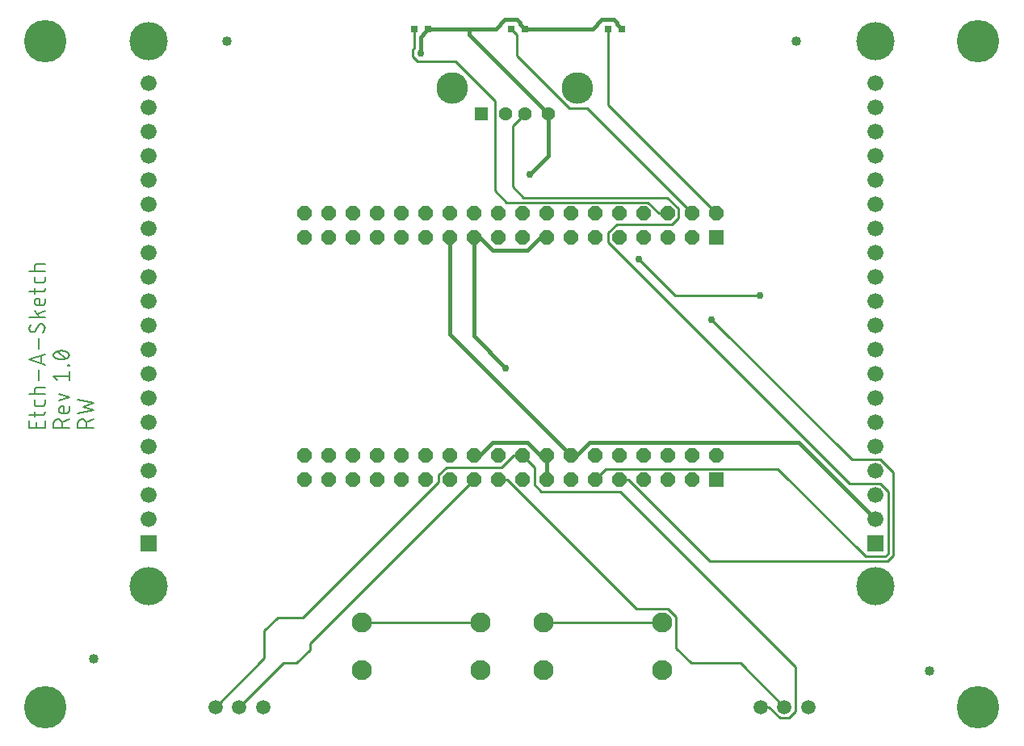
<source format=gbr>
G04 EAGLE Gerber RS-274X export*
G75*
%MOMM*%
%FSLAX34Y34*%
%LPD*%
%INTop Copper*%
%IPPOS*%
%AMOC8*
5,1,8,0,0,1.08239X$1,22.5*%
G01*
%ADD10C,0.152400*%
%ADD11R,0.800000X0.800000*%
%ADD12C,1.016000*%
%ADD13R,1.428000X1.428000*%
%ADD14C,1.428000*%
%ADD15C,3.316000*%
%ADD16C,4.445000*%
%ADD17C,1.508000*%
%ADD18C,2.100000*%
%ADD19R,1.524000X1.524000*%
%ADD20P,1.649562X8X202.500000*%
%ADD21R,1.676400X1.676400*%
%ADD22C,1.676400*%
%ADD23C,4.016000*%
%ADD24C,0.254000*%
%ADD25C,0.381000*%
%ADD26C,0.756400*%


D10*
X50038Y350887D02*
X50038Y343662D01*
X33782Y343662D01*
X33782Y350887D01*
X41007Y349081D02*
X41007Y343662D01*
X39201Y355222D02*
X39201Y360641D01*
X33782Y357028D02*
X47329Y357028D01*
X47329Y357029D02*
X47430Y357031D01*
X47531Y357037D01*
X47632Y357046D01*
X47733Y357059D01*
X47833Y357076D01*
X47932Y357097D01*
X48030Y357121D01*
X48127Y357149D01*
X48224Y357181D01*
X48319Y357216D01*
X48412Y357255D01*
X48504Y357297D01*
X48595Y357343D01*
X48683Y357392D01*
X48770Y357444D01*
X48855Y357500D01*
X48938Y357558D01*
X49018Y357620D01*
X49096Y357685D01*
X49172Y357752D01*
X49245Y357822D01*
X49315Y357895D01*
X49382Y357971D01*
X49447Y358049D01*
X49509Y358129D01*
X49567Y358212D01*
X49623Y358297D01*
X49675Y358384D01*
X49724Y358472D01*
X49770Y358563D01*
X49812Y358655D01*
X49851Y358748D01*
X49886Y358843D01*
X49918Y358940D01*
X49946Y359037D01*
X49970Y359135D01*
X49991Y359234D01*
X50008Y359334D01*
X50021Y359435D01*
X50030Y359536D01*
X50036Y359637D01*
X50038Y359738D01*
X50038Y360641D01*
X50038Y369146D02*
X50038Y372758D01*
X50038Y369146D02*
X50036Y369045D01*
X50030Y368944D01*
X50021Y368843D01*
X50008Y368742D01*
X49991Y368642D01*
X49970Y368543D01*
X49946Y368445D01*
X49918Y368348D01*
X49886Y368251D01*
X49851Y368156D01*
X49812Y368063D01*
X49770Y367971D01*
X49724Y367880D01*
X49675Y367792D01*
X49623Y367705D01*
X49567Y367620D01*
X49509Y367537D01*
X49447Y367457D01*
X49382Y367379D01*
X49315Y367303D01*
X49245Y367230D01*
X49172Y367160D01*
X49096Y367093D01*
X49018Y367028D01*
X48938Y366966D01*
X48855Y366908D01*
X48770Y366852D01*
X48683Y366800D01*
X48595Y366751D01*
X48504Y366705D01*
X48412Y366663D01*
X48319Y366624D01*
X48224Y366589D01*
X48127Y366557D01*
X48030Y366529D01*
X47932Y366505D01*
X47833Y366484D01*
X47733Y366467D01*
X47632Y366454D01*
X47531Y366445D01*
X47430Y366439D01*
X47329Y366437D01*
X41910Y366437D01*
X41809Y366439D01*
X41708Y366445D01*
X41607Y366454D01*
X41506Y366467D01*
X41406Y366484D01*
X41307Y366505D01*
X41209Y366529D01*
X41112Y366557D01*
X41015Y366589D01*
X40920Y366624D01*
X40827Y366663D01*
X40735Y366705D01*
X40644Y366751D01*
X40556Y366800D01*
X40469Y366852D01*
X40384Y366908D01*
X40301Y366966D01*
X40221Y367028D01*
X40143Y367093D01*
X40067Y367160D01*
X39994Y367230D01*
X39924Y367303D01*
X39857Y367379D01*
X39792Y367457D01*
X39730Y367537D01*
X39672Y367620D01*
X39616Y367705D01*
X39564Y367792D01*
X39515Y367880D01*
X39469Y367971D01*
X39427Y368063D01*
X39388Y368156D01*
X39353Y368251D01*
X39321Y368348D01*
X39293Y368445D01*
X39269Y368543D01*
X39248Y368642D01*
X39231Y368742D01*
X39218Y368843D01*
X39209Y368944D01*
X39203Y369045D01*
X39201Y369146D01*
X39201Y372758D01*
X33782Y378924D02*
X50038Y378924D01*
X39201Y378924D02*
X39201Y383440D01*
X39203Y383544D01*
X39209Y383647D01*
X39219Y383751D01*
X39233Y383854D01*
X39251Y383956D01*
X39272Y384057D01*
X39298Y384158D01*
X39327Y384257D01*
X39360Y384356D01*
X39397Y384453D01*
X39438Y384548D01*
X39482Y384642D01*
X39530Y384734D01*
X39581Y384824D01*
X39636Y384913D01*
X39694Y384999D01*
X39756Y385082D01*
X39820Y385164D01*
X39888Y385242D01*
X39958Y385318D01*
X40031Y385392D01*
X40108Y385462D01*
X40186Y385530D01*
X40268Y385594D01*
X40351Y385656D01*
X40437Y385714D01*
X40526Y385769D01*
X40616Y385820D01*
X40708Y385868D01*
X40802Y385912D01*
X40897Y385953D01*
X40994Y385990D01*
X41093Y386023D01*
X41192Y386052D01*
X41293Y386078D01*
X41394Y386099D01*
X41496Y386117D01*
X41599Y386131D01*
X41703Y386141D01*
X41806Y386147D01*
X41910Y386149D01*
X50038Y386149D01*
X43716Y393270D02*
X43716Y404107D01*
X50038Y409943D02*
X33782Y415362D01*
X50038Y420781D01*
X45974Y419426D02*
X45974Y411298D01*
X43716Y426617D02*
X43716Y437454D01*
X50038Y449091D02*
X50036Y449209D01*
X50030Y449327D01*
X50021Y449445D01*
X50007Y449562D01*
X49990Y449679D01*
X49969Y449796D01*
X49944Y449911D01*
X49915Y450026D01*
X49882Y450140D01*
X49846Y450252D01*
X49806Y450363D01*
X49763Y450473D01*
X49716Y450582D01*
X49666Y450689D01*
X49611Y450794D01*
X49554Y450897D01*
X49493Y450998D01*
X49429Y451098D01*
X49362Y451195D01*
X49292Y451290D01*
X49218Y451382D01*
X49142Y451473D01*
X49062Y451560D01*
X48980Y451645D01*
X48895Y451727D01*
X48808Y451807D01*
X48717Y451883D01*
X48625Y451957D01*
X48530Y452027D01*
X48433Y452094D01*
X48333Y452158D01*
X48232Y452219D01*
X48129Y452276D01*
X48024Y452331D01*
X47917Y452381D01*
X47808Y452428D01*
X47698Y452471D01*
X47587Y452511D01*
X47475Y452547D01*
X47361Y452580D01*
X47246Y452609D01*
X47131Y452634D01*
X47014Y452655D01*
X46897Y452672D01*
X46780Y452686D01*
X46662Y452695D01*
X46544Y452701D01*
X46426Y452703D01*
X50038Y449091D02*
X50036Y448908D01*
X50029Y448726D01*
X50018Y448544D01*
X50003Y448362D01*
X49983Y448180D01*
X49960Y447999D01*
X49931Y447819D01*
X49899Y447639D01*
X49862Y447460D01*
X49821Y447283D01*
X49775Y447106D01*
X49726Y446930D01*
X49672Y446756D01*
X49614Y446582D01*
X49552Y446411D01*
X49486Y446241D01*
X49415Y446072D01*
X49341Y445905D01*
X49263Y445740D01*
X49181Y445577D01*
X49095Y445416D01*
X49005Y445257D01*
X48911Y445100D01*
X48814Y444946D01*
X48713Y444794D01*
X48608Y444644D01*
X48500Y444497D01*
X48389Y444353D01*
X48274Y444211D01*
X48155Y444072D01*
X48033Y443936D01*
X47908Y443803D01*
X47780Y443673D01*
X37394Y444124D02*
X37276Y444126D01*
X37158Y444132D01*
X37040Y444141D01*
X36923Y444155D01*
X36806Y444172D01*
X36689Y444193D01*
X36574Y444218D01*
X36459Y444247D01*
X36345Y444280D01*
X36233Y444316D01*
X36122Y444356D01*
X36012Y444399D01*
X35903Y444446D01*
X35796Y444496D01*
X35691Y444551D01*
X35588Y444608D01*
X35487Y444669D01*
X35387Y444733D01*
X35290Y444800D01*
X35195Y444870D01*
X35103Y444944D01*
X35012Y445020D01*
X34925Y445100D01*
X34840Y445182D01*
X34758Y445267D01*
X34678Y445354D01*
X34602Y445445D01*
X34528Y445537D01*
X34458Y445632D01*
X34391Y445729D01*
X34327Y445829D01*
X34266Y445930D01*
X34209Y446033D01*
X34154Y446138D01*
X34104Y446245D01*
X34057Y446354D01*
X34014Y446464D01*
X33974Y446575D01*
X33938Y446687D01*
X33905Y446801D01*
X33876Y446916D01*
X33851Y447031D01*
X33830Y447148D01*
X33813Y447265D01*
X33799Y447382D01*
X33790Y447500D01*
X33784Y447618D01*
X33782Y447736D01*
X33784Y447897D01*
X33790Y448059D01*
X33799Y448220D01*
X33813Y448381D01*
X33830Y448541D01*
X33851Y448701D01*
X33876Y448861D01*
X33905Y449020D01*
X33937Y449178D01*
X33973Y449335D01*
X34013Y449491D01*
X34057Y449647D01*
X34105Y449801D01*
X34156Y449954D01*
X34210Y450106D01*
X34269Y450257D01*
X34330Y450406D01*
X34396Y450553D01*
X34465Y450699D01*
X34537Y450844D01*
X34613Y450986D01*
X34692Y451127D01*
X34774Y451266D01*
X34860Y451402D01*
X34949Y451537D01*
X35041Y451670D01*
X35137Y451800D01*
X40555Y445929D02*
X40493Y445828D01*
X40428Y445728D01*
X40359Y445631D01*
X40287Y445536D01*
X40213Y445443D01*
X40135Y445353D01*
X40054Y445265D01*
X39971Y445180D01*
X39885Y445098D01*
X39796Y445019D01*
X39705Y444942D01*
X39611Y444869D01*
X39515Y444798D01*
X39417Y444731D01*
X39317Y444667D01*
X39214Y444606D01*
X39110Y444549D01*
X39004Y444495D01*
X38896Y444445D01*
X38787Y444398D01*
X38676Y444354D01*
X38564Y444314D01*
X38450Y444278D01*
X38336Y444246D01*
X38220Y444217D01*
X38104Y444192D01*
X37987Y444171D01*
X37869Y444154D01*
X37751Y444140D01*
X37632Y444131D01*
X37513Y444125D01*
X37394Y444123D01*
X43265Y450897D02*
X43327Y450998D01*
X43392Y451098D01*
X43461Y451195D01*
X43533Y451290D01*
X43607Y451383D01*
X43685Y451473D01*
X43766Y451561D01*
X43849Y451646D01*
X43935Y451728D01*
X44024Y451807D01*
X44115Y451884D01*
X44209Y451957D01*
X44305Y452028D01*
X44403Y452095D01*
X44503Y452159D01*
X44606Y452220D01*
X44710Y452277D01*
X44816Y452331D01*
X44924Y452381D01*
X45033Y452428D01*
X45144Y452472D01*
X45256Y452512D01*
X45370Y452548D01*
X45484Y452580D01*
X45600Y452609D01*
X45716Y452634D01*
X45833Y452655D01*
X45951Y452672D01*
X46069Y452686D01*
X46188Y452695D01*
X46307Y452701D01*
X46426Y452703D01*
X43265Y450897D02*
X40555Y445930D01*
X33782Y459333D02*
X50038Y459333D01*
X44619Y459333D02*
X39201Y466558D01*
X42362Y462494D02*
X50038Y466558D01*
X50038Y474900D02*
X50038Y479415D01*
X50038Y474900D02*
X50036Y474799D01*
X50030Y474698D01*
X50021Y474597D01*
X50008Y474496D01*
X49991Y474396D01*
X49970Y474297D01*
X49946Y474199D01*
X49918Y474102D01*
X49886Y474005D01*
X49851Y473910D01*
X49812Y473817D01*
X49770Y473725D01*
X49724Y473634D01*
X49675Y473546D01*
X49623Y473459D01*
X49567Y473374D01*
X49509Y473291D01*
X49447Y473211D01*
X49382Y473133D01*
X49315Y473057D01*
X49245Y472984D01*
X49172Y472914D01*
X49096Y472847D01*
X49018Y472782D01*
X48938Y472720D01*
X48855Y472662D01*
X48770Y472606D01*
X48683Y472554D01*
X48595Y472505D01*
X48504Y472459D01*
X48412Y472417D01*
X48319Y472378D01*
X48224Y472343D01*
X48127Y472311D01*
X48030Y472283D01*
X47932Y472259D01*
X47833Y472238D01*
X47733Y472221D01*
X47632Y472208D01*
X47531Y472199D01*
X47430Y472193D01*
X47329Y472191D01*
X47329Y472190D02*
X42813Y472190D01*
X42813Y472191D02*
X42694Y472193D01*
X42574Y472199D01*
X42455Y472209D01*
X42337Y472223D01*
X42218Y472240D01*
X42101Y472262D01*
X41984Y472287D01*
X41869Y472317D01*
X41754Y472350D01*
X41640Y472387D01*
X41528Y472427D01*
X41417Y472472D01*
X41308Y472520D01*
X41200Y472571D01*
X41094Y472626D01*
X40990Y472685D01*
X40888Y472747D01*
X40788Y472812D01*
X40690Y472881D01*
X40594Y472953D01*
X40501Y473028D01*
X40411Y473105D01*
X40323Y473186D01*
X40238Y473270D01*
X40156Y473357D01*
X40076Y473446D01*
X40000Y473538D01*
X39926Y473632D01*
X39856Y473729D01*
X39789Y473827D01*
X39725Y473928D01*
X39665Y474032D01*
X39608Y474137D01*
X39555Y474244D01*
X39505Y474352D01*
X39459Y474462D01*
X39417Y474574D01*
X39378Y474687D01*
X39343Y474801D01*
X39312Y474916D01*
X39284Y475033D01*
X39261Y475150D01*
X39241Y475267D01*
X39225Y475386D01*
X39213Y475505D01*
X39205Y475624D01*
X39201Y475743D01*
X39201Y475863D01*
X39205Y475982D01*
X39213Y476101D01*
X39225Y476220D01*
X39241Y476339D01*
X39261Y476456D01*
X39284Y476573D01*
X39312Y476690D01*
X39343Y476805D01*
X39378Y476919D01*
X39417Y477032D01*
X39459Y477144D01*
X39505Y477254D01*
X39555Y477362D01*
X39608Y477469D01*
X39665Y477574D01*
X39725Y477678D01*
X39789Y477779D01*
X39856Y477877D01*
X39926Y477974D01*
X40000Y478068D01*
X40076Y478160D01*
X40156Y478249D01*
X40238Y478336D01*
X40323Y478420D01*
X40411Y478501D01*
X40501Y478578D01*
X40594Y478653D01*
X40690Y478725D01*
X40788Y478794D01*
X40888Y478859D01*
X40990Y478921D01*
X41094Y478980D01*
X41200Y479035D01*
X41308Y479086D01*
X41417Y479134D01*
X41528Y479179D01*
X41640Y479219D01*
X41754Y479256D01*
X41869Y479289D01*
X41984Y479319D01*
X42101Y479344D01*
X42218Y479366D01*
X42337Y479383D01*
X42455Y479397D01*
X42574Y479407D01*
X42694Y479413D01*
X42813Y479415D01*
X44619Y479415D01*
X44619Y472190D01*
X39201Y484440D02*
X39201Y489859D01*
X33782Y486246D02*
X47329Y486246D01*
X47329Y486247D02*
X47430Y486249D01*
X47531Y486255D01*
X47632Y486264D01*
X47733Y486277D01*
X47833Y486294D01*
X47932Y486315D01*
X48030Y486339D01*
X48127Y486367D01*
X48224Y486399D01*
X48319Y486434D01*
X48412Y486473D01*
X48504Y486515D01*
X48595Y486561D01*
X48683Y486610D01*
X48770Y486662D01*
X48855Y486718D01*
X48938Y486776D01*
X49018Y486838D01*
X49096Y486903D01*
X49172Y486970D01*
X49245Y487040D01*
X49315Y487113D01*
X49382Y487189D01*
X49447Y487267D01*
X49509Y487347D01*
X49567Y487430D01*
X49623Y487515D01*
X49675Y487602D01*
X49724Y487690D01*
X49770Y487781D01*
X49812Y487873D01*
X49851Y487966D01*
X49886Y488061D01*
X49918Y488158D01*
X49946Y488255D01*
X49970Y488353D01*
X49991Y488452D01*
X50008Y488552D01*
X50021Y488653D01*
X50030Y488754D01*
X50036Y488855D01*
X50038Y488956D01*
X50038Y489859D01*
X50038Y498364D02*
X50038Y501976D01*
X50038Y498364D02*
X50036Y498263D01*
X50030Y498162D01*
X50021Y498061D01*
X50008Y497960D01*
X49991Y497860D01*
X49970Y497761D01*
X49946Y497663D01*
X49918Y497566D01*
X49886Y497469D01*
X49851Y497374D01*
X49812Y497281D01*
X49770Y497189D01*
X49724Y497098D01*
X49675Y497010D01*
X49623Y496923D01*
X49567Y496838D01*
X49509Y496755D01*
X49447Y496675D01*
X49382Y496597D01*
X49315Y496521D01*
X49245Y496448D01*
X49172Y496378D01*
X49096Y496311D01*
X49018Y496246D01*
X48938Y496184D01*
X48855Y496126D01*
X48770Y496070D01*
X48683Y496018D01*
X48595Y495969D01*
X48504Y495923D01*
X48412Y495881D01*
X48319Y495842D01*
X48224Y495807D01*
X48127Y495775D01*
X48030Y495747D01*
X47932Y495723D01*
X47833Y495702D01*
X47733Y495685D01*
X47632Y495672D01*
X47531Y495663D01*
X47430Y495657D01*
X47329Y495655D01*
X41910Y495655D01*
X41809Y495657D01*
X41708Y495663D01*
X41607Y495672D01*
X41506Y495685D01*
X41406Y495702D01*
X41307Y495723D01*
X41209Y495747D01*
X41112Y495775D01*
X41015Y495807D01*
X40920Y495842D01*
X40827Y495881D01*
X40735Y495923D01*
X40644Y495969D01*
X40556Y496018D01*
X40469Y496070D01*
X40384Y496126D01*
X40301Y496184D01*
X40221Y496246D01*
X40143Y496311D01*
X40067Y496378D01*
X39994Y496448D01*
X39924Y496521D01*
X39857Y496597D01*
X39792Y496675D01*
X39730Y496755D01*
X39672Y496838D01*
X39616Y496923D01*
X39564Y497010D01*
X39515Y497098D01*
X39469Y497189D01*
X39427Y497281D01*
X39388Y497374D01*
X39353Y497469D01*
X39321Y497566D01*
X39293Y497663D01*
X39269Y497761D01*
X39248Y497860D01*
X39231Y497960D01*
X39218Y498061D01*
X39209Y498162D01*
X39203Y498263D01*
X39201Y498364D01*
X39201Y501976D01*
X33782Y508142D02*
X50038Y508142D01*
X39201Y508142D02*
X39201Y512658D01*
X39203Y512762D01*
X39209Y512865D01*
X39219Y512969D01*
X39233Y513072D01*
X39251Y513174D01*
X39272Y513275D01*
X39298Y513376D01*
X39327Y513475D01*
X39360Y513574D01*
X39397Y513671D01*
X39438Y513766D01*
X39482Y513860D01*
X39530Y513952D01*
X39581Y514042D01*
X39636Y514131D01*
X39694Y514217D01*
X39756Y514300D01*
X39820Y514382D01*
X39888Y514460D01*
X39958Y514536D01*
X40031Y514610D01*
X40108Y514680D01*
X40186Y514748D01*
X40268Y514812D01*
X40351Y514874D01*
X40437Y514932D01*
X40526Y514987D01*
X40616Y515038D01*
X40708Y515086D01*
X40802Y515130D01*
X40897Y515171D01*
X40994Y515208D01*
X41093Y515241D01*
X41192Y515270D01*
X41293Y515296D01*
X41394Y515317D01*
X41496Y515335D01*
X41599Y515349D01*
X41703Y515359D01*
X41806Y515365D01*
X41910Y515367D01*
X50038Y515367D01*
X59182Y343662D02*
X75438Y343662D01*
X59182Y343662D02*
X59182Y348178D01*
X59184Y348311D01*
X59190Y348443D01*
X59200Y348575D01*
X59213Y348707D01*
X59231Y348839D01*
X59252Y348969D01*
X59277Y349100D01*
X59306Y349229D01*
X59339Y349357D01*
X59375Y349485D01*
X59415Y349611D01*
X59459Y349736D01*
X59507Y349860D01*
X59558Y349982D01*
X59613Y350103D01*
X59671Y350222D01*
X59733Y350340D01*
X59798Y350455D01*
X59867Y350569D01*
X59938Y350680D01*
X60014Y350789D01*
X60092Y350896D01*
X60173Y351001D01*
X60258Y351103D01*
X60345Y351203D01*
X60435Y351300D01*
X60528Y351395D01*
X60624Y351486D01*
X60722Y351575D01*
X60823Y351661D01*
X60927Y351744D01*
X61033Y351824D01*
X61141Y351900D01*
X61251Y351974D01*
X61364Y352044D01*
X61478Y352111D01*
X61595Y352174D01*
X61713Y352234D01*
X61833Y352291D01*
X61955Y352344D01*
X62078Y352393D01*
X62202Y352439D01*
X62328Y352481D01*
X62455Y352519D01*
X62583Y352554D01*
X62712Y352585D01*
X62841Y352612D01*
X62972Y352635D01*
X63103Y352655D01*
X63235Y352670D01*
X63367Y352682D01*
X63499Y352690D01*
X63632Y352694D01*
X63764Y352694D01*
X63897Y352690D01*
X64029Y352682D01*
X64161Y352670D01*
X64293Y352655D01*
X64424Y352635D01*
X64555Y352612D01*
X64684Y352585D01*
X64813Y352554D01*
X64941Y352519D01*
X65068Y352481D01*
X65194Y352439D01*
X65318Y352393D01*
X65441Y352344D01*
X65563Y352291D01*
X65683Y352234D01*
X65801Y352174D01*
X65918Y352111D01*
X66032Y352044D01*
X66145Y351974D01*
X66255Y351900D01*
X66363Y351824D01*
X66469Y351744D01*
X66573Y351661D01*
X66674Y351575D01*
X66772Y351486D01*
X66868Y351395D01*
X66961Y351300D01*
X67051Y351203D01*
X67138Y351103D01*
X67223Y351001D01*
X67304Y350896D01*
X67382Y350789D01*
X67458Y350680D01*
X67529Y350569D01*
X67598Y350455D01*
X67663Y350340D01*
X67725Y350222D01*
X67783Y350103D01*
X67838Y349982D01*
X67889Y349860D01*
X67937Y349736D01*
X67981Y349611D01*
X68021Y349485D01*
X68057Y349357D01*
X68090Y349229D01*
X68119Y349100D01*
X68144Y348969D01*
X68165Y348839D01*
X68183Y348707D01*
X68196Y348575D01*
X68206Y348443D01*
X68212Y348311D01*
X68214Y348178D01*
X68213Y348178D02*
X68213Y343662D01*
X68213Y349081D02*
X75438Y352693D01*
X75438Y361772D02*
X75438Y366288D01*
X75438Y361772D02*
X75436Y361671D01*
X75430Y361570D01*
X75421Y361469D01*
X75408Y361368D01*
X75391Y361268D01*
X75370Y361169D01*
X75346Y361071D01*
X75318Y360974D01*
X75286Y360877D01*
X75251Y360782D01*
X75212Y360689D01*
X75170Y360597D01*
X75124Y360506D01*
X75075Y360418D01*
X75023Y360331D01*
X74967Y360246D01*
X74909Y360163D01*
X74847Y360083D01*
X74782Y360005D01*
X74715Y359929D01*
X74645Y359856D01*
X74572Y359786D01*
X74496Y359719D01*
X74418Y359654D01*
X74338Y359592D01*
X74255Y359534D01*
X74170Y359478D01*
X74083Y359426D01*
X73995Y359377D01*
X73904Y359331D01*
X73812Y359289D01*
X73719Y359250D01*
X73624Y359215D01*
X73527Y359183D01*
X73430Y359155D01*
X73332Y359131D01*
X73233Y359110D01*
X73133Y359093D01*
X73032Y359080D01*
X72931Y359071D01*
X72830Y359065D01*
X72729Y359063D01*
X68213Y359063D01*
X68094Y359065D01*
X67974Y359071D01*
X67855Y359081D01*
X67737Y359095D01*
X67618Y359112D01*
X67501Y359134D01*
X67384Y359159D01*
X67269Y359189D01*
X67154Y359222D01*
X67040Y359259D01*
X66928Y359299D01*
X66817Y359344D01*
X66708Y359392D01*
X66600Y359443D01*
X66494Y359498D01*
X66390Y359557D01*
X66288Y359619D01*
X66188Y359684D01*
X66090Y359753D01*
X65994Y359825D01*
X65901Y359900D01*
X65811Y359977D01*
X65723Y360058D01*
X65638Y360142D01*
X65556Y360229D01*
X65476Y360318D01*
X65400Y360410D01*
X65326Y360504D01*
X65256Y360601D01*
X65189Y360699D01*
X65125Y360800D01*
X65065Y360904D01*
X65008Y361009D01*
X64955Y361116D01*
X64905Y361224D01*
X64859Y361334D01*
X64817Y361446D01*
X64778Y361559D01*
X64743Y361673D01*
X64712Y361788D01*
X64684Y361905D01*
X64661Y362022D01*
X64641Y362139D01*
X64625Y362258D01*
X64613Y362377D01*
X64605Y362496D01*
X64601Y362615D01*
X64601Y362735D01*
X64605Y362854D01*
X64613Y362973D01*
X64625Y363092D01*
X64641Y363211D01*
X64661Y363328D01*
X64684Y363445D01*
X64712Y363562D01*
X64743Y363677D01*
X64778Y363791D01*
X64817Y363904D01*
X64859Y364016D01*
X64905Y364126D01*
X64955Y364234D01*
X65008Y364341D01*
X65065Y364446D01*
X65125Y364550D01*
X65189Y364651D01*
X65256Y364749D01*
X65326Y364846D01*
X65400Y364940D01*
X65476Y365032D01*
X65556Y365121D01*
X65638Y365208D01*
X65723Y365292D01*
X65811Y365373D01*
X65901Y365450D01*
X65994Y365525D01*
X66090Y365597D01*
X66188Y365666D01*
X66288Y365731D01*
X66390Y365793D01*
X66494Y365852D01*
X66600Y365907D01*
X66708Y365958D01*
X66817Y366006D01*
X66928Y366051D01*
X67040Y366091D01*
X67154Y366128D01*
X67269Y366161D01*
X67384Y366191D01*
X67501Y366216D01*
X67618Y366238D01*
X67737Y366255D01*
X67855Y366269D01*
X67974Y366279D01*
X68094Y366285D01*
X68213Y366287D01*
X68213Y366288D02*
X70019Y366288D01*
X70019Y359063D01*
X64601Y372089D02*
X75438Y375701D01*
X64601Y379314D01*
X62794Y393590D02*
X59182Y398106D01*
X75438Y398106D01*
X75438Y402621D02*
X75438Y393590D01*
X75438Y408596D02*
X74535Y408596D01*
X74535Y409499D01*
X75438Y409499D01*
X75438Y408596D01*
X67310Y415474D02*
X66990Y415478D01*
X66671Y415489D01*
X66351Y415508D01*
X66033Y415535D01*
X65715Y415569D01*
X65398Y415611D01*
X65082Y415661D01*
X64767Y415718D01*
X64454Y415782D01*
X64142Y415854D01*
X63832Y415933D01*
X63525Y416020D01*
X63219Y416114D01*
X62916Y416215D01*
X62615Y416324D01*
X62317Y416439D01*
X62021Y416562D01*
X61729Y416692D01*
X61440Y416829D01*
X61439Y416830D02*
X61331Y416869D01*
X61224Y416912D01*
X61119Y416958D01*
X61016Y417008D01*
X60914Y417062D01*
X60814Y417119D01*
X60716Y417180D01*
X60620Y417244D01*
X60527Y417311D01*
X60436Y417381D01*
X60347Y417455D01*
X60261Y417531D01*
X60178Y417611D01*
X60097Y417693D01*
X60019Y417778D01*
X59945Y417865D01*
X59873Y417956D01*
X59804Y418048D01*
X59739Y418143D01*
X59677Y418240D01*
X59618Y418339D01*
X59563Y418440D01*
X59512Y418543D01*
X59464Y418648D01*
X59419Y418754D01*
X59378Y418861D01*
X59341Y418970D01*
X59308Y419081D01*
X59279Y419192D01*
X59253Y419304D01*
X59231Y419417D01*
X59214Y419531D01*
X59200Y419645D01*
X59190Y419760D01*
X59184Y419875D01*
X59182Y419990D01*
X59184Y420105D01*
X59190Y420220D01*
X59200Y420335D01*
X59214Y420449D01*
X59231Y420563D01*
X59253Y420676D01*
X59279Y420788D01*
X59308Y420900D01*
X59341Y421010D01*
X59378Y421119D01*
X59419Y421227D01*
X59464Y421333D01*
X59512Y421438D01*
X59563Y421540D01*
X59619Y421642D01*
X59677Y421741D01*
X59739Y421838D01*
X59805Y421933D01*
X59873Y422025D01*
X59945Y422115D01*
X60019Y422203D01*
X60097Y422288D01*
X60178Y422370D01*
X60261Y422449D01*
X60347Y422526D01*
X60436Y422599D01*
X60527Y422670D01*
X60621Y422737D01*
X60716Y422801D01*
X60814Y422862D01*
X60914Y422919D01*
X61016Y422972D01*
X61120Y423023D01*
X61225Y423069D01*
X61332Y423112D01*
X61440Y423151D01*
X61440Y423150D02*
X61729Y423287D01*
X62021Y423417D01*
X62317Y423540D01*
X62615Y423655D01*
X62916Y423764D01*
X63219Y423865D01*
X63525Y423959D01*
X63832Y424046D01*
X64142Y424125D01*
X64454Y424197D01*
X64767Y424261D01*
X65082Y424318D01*
X65398Y424368D01*
X65715Y424410D01*
X66033Y424444D01*
X66351Y424471D01*
X66671Y424490D01*
X66990Y424501D01*
X67310Y424505D01*
X67310Y415474D02*
X67630Y415478D01*
X67949Y415489D01*
X68269Y415508D01*
X68587Y415535D01*
X68905Y415569D01*
X69222Y415611D01*
X69538Y415661D01*
X69853Y415718D01*
X70166Y415782D01*
X70478Y415854D01*
X70788Y415933D01*
X71095Y416020D01*
X71401Y416114D01*
X71704Y416215D01*
X72005Y416324D01*
X72303Y416439D01*
X72599Y416562D01*
X72891Y416692D01*
X73180Y416829D01*
X73181Y416829D02*
X73289Y416868D01*
X73396Y416911D01*
X73501Y416957D01*
X73605Y417008D01*
X73707Y417061D01*
X73807Y417118D01*
X73905Y417179D01*
X74000Y417243D01*
X74094Y417310D01*
X74185Y417381D01*
X74274Y417454D01*
X74360Y417531D01*
X74443Y417610D01*
X74524Y417692D01*
X74602Y417777D01*
X74676Y417865D01*
X74748Y417955D01*
X74817Y418048D01*
X74882Y418142D01*
X74944Y418239D01*
X75002Y418339D01*
X75058Y418440D01*
X75109Y418542D01*
X75157Y418647D01*
X75202Y418753D01*
X75243Y418861D01*
X75280Y418970D01*
X75313Y419080D01*
X75342Y419192D01*
X75368Y419304D01*
X75390Y419417D01*
X75407Y419531D01*
X75421Y419645D01*
X75431Y419760D01*
X75437Y419875D01*
X75439Y419990D01*
X73180Y423150D02*
X72891Y423287D01*
X72599Y423417D01*
X72303Y423540D01*
X72005Y423655D01*
X71704Y423764D01*
X71401Y423865D01*
X71095Y423959D01*
X70788Y424046D01*
X70478Y424125D01*
X70166Y424197D01*
X69853Y424261D01*
X69538Y424318D01*
X69222Y424368D01*
X68905Y424410D01*
X68587Y424444D01*
X68269Y424471D01*
X67949Y424490D01*
X67630Y424501D01*
X67310Y424505D01*
X73180Y423151D02*
X73288Y423112D01*
X73395Y423069D01*
X73500Y423023D01*
X73604Y422972D01*
X73706Y422919D01*
X73806Y422862D01*
X73904Y422801D01*
X73999Y422737D01*
X74093Y422670D01*
X74184Y422599D01*
X74273Y422526D01*
X74359Y422449D01*
X74442Y422370D01*
X74523Y422288D01*
X74601Y422203D01*
X74675Y422115D01*
X74747Y422025D01*
X74816Y421932D01*
X74881Y421838D01*
X74943Y421741D01*
X75001Y421641D01*
X75057Y421540D01*
X75108Y421437D01*
X75156Y421333D01*
X75201Y421227D01*
X75242Y421119D01*
X75279Y421010D01*
X75312Y420900D01*
X75341Y420788D01*
X75367Y420676D01*
X75389Y420563D01*
X75406Y420449D01*
X75420Y420335D01*
X75430Y420220D01*
X75436Y420105D01*
X75438Y419990D01*
X71826Y416377D02*
X62794Y423602D01*
X84582Y343662D02*
X100838Y343662D01*
X84582Y343662D02*
X84582Y348178D01*
X84584Y348311D01*
X84590Y348443D01*
X84600Y348575D01*
X84613Y348707D01*
X84631Y348839D01*
X84652Y348969D01*
X84677Y349100D01*
X84706Y349229D01*
X84739Y349357D01*
X84775Y349485D01*
X84815Y349611D01*
X84859Y349736D01*
X84907Y349860D01*
X84958Y349982D01*
X85013Y350103D01*
X85071Y350222D01*
X85133Y350340D01*
X85198Y350455D01*
X85267Y350569D01*
X85338Y350680D01*
X85414Y350789D01*
X85492Y350896D01*
X85573Y351001D01*
X85658Y351103D01*
X85745Y351203D01*
X85835Y351300D01*
X85928Y351395D01*
X86024Y351486D01*
X86122Y351575D01*
X86223Y351661D01*
X86327Y351744D01*
X86433Y351824D01*
X86541Y351900D01*
X86651Y351974D01*
X86764Y352044D01*
X86878Y352111D01*
X86995Y352174D01*
X87113Y352234D01*
X87233Y352291D01*
X87355Y352344D01*
X87478Y352393D01*
X87602Y352439D01*
X87728Y352481D01*
X87855Y352519D01*
X87983Y352554D01*
X88112Y352585D01*
X88241Y352612D01*
X88372Y352635D01*
X88503Y352655D01*
X88635Y352670D01*
X88767Y352682D01*
X88899Y352690D01*
X89032Y352694D01*
X89164Y352694D01*
X89297Y352690D01*
X89429Y352682D01*
X89561Y352670D01*
X89693Y352655D01*
X89824Y352635D01*
X89955Y352612D01*
X90084Y352585D01*
X90213Y352554D01*
X90341Y352519D01*
X90468Y352481D01*
X90594Y352439D01*
X90718Y352393D01*
X90841Y352344D01*
X90963Y352291D01*
X91083Y352234D01*
X91201Y352174D01*
X91318Y352111D01*
X91432Y352044D01*
X91545Y351974D01*
X91655Y351900D01*
X91763Y351824D01*
X91869Y351744D01*
X91973Y351661D01*
X92074Y351575D01*
X92172Y351486D01*
X92268Y351395D01*
X92361Y351300D01*
X92451Y351203D01*
X92538Y351103D01*
X92623Y351001D01*
X92704Y350896D01*
X92782Y350789D01*
X92858Y350680D01*
X92929Y350569D01*
X92998Y350455D01*
X93063Y350340D01*
X93125Y350222D01*
X93183Y350103D01*
X93238Y349982D01*
X93289Y349860D01*
X93337Y349736D01*
X93381Y349611D01*
X93421Y349485D01*
X93457Y349357D01*
X93490Y349229D01*
X93519Y349100D01*
X93544Y348969D01*
X93565Y348839D01*
X93583Y348707D01*
X93596Y348575D01*
X93606Y348443D01*
X93612Y348311D01*
X93614Y348178D01*
X93613Y348178D02*
X93613Y343662D01*
X93613Y349081D02*
X100838Y352693D01*
X100838Y362189D02*
X84582Y358577D01*
X90001Y365801D02*
X100838Y362189D01*
X100838Y369414D02*
X90001Y365801D01*
X84582Y373026D02*
X100838Y369414D01*
D11*
X640200Y762000D03*
X655200Y762000D03*
X538600Y762000D03*
X553600Y762000D03*
X437000Y762000D03*
X452000Y762000D03*
D12*
X977900Y88900D03*
X101600Y101600D03*
X838200Y749300D03*
X241300Y749300D03*
D13*
X508000Y673100D03*
D14*
X533000Y673100D03*
X553000Y673100D03*
X578000Y673100D03*
D15*
X477300Y700200D03*
X608700Y700200D03*
D16*
X50800Y749300D03*
X1028700Y749300D03*
X1028700Y50800D03*
X50800Y50800D03*
D17*
X800500Y50800D03*
X825500Y50800D03*
X850500Y50800D03*
X229000Y50800D03*
X254000Y50800D03*
X279000Y50800D03*
D18*
X507000Y139300D03*
X507000Y89300D03*
X382000Y89300D03*
X382000Y139300D03*
X697500Y139300D03*
X697500Y89300D03*
X572500Y89300D03*
X572500Y139300D03*
D19*
X753700Y289300D03*
D20*
X753700Y314700D03*
X728300Y289300D03*
X728300Y314700D03*
X702900Y289300D03*
X702900Y314700D03*
X677500Y289300D03*
X677500Y314700D03*
X652100Y289300D03*
X652100Y314700D03*
X626700Y289300D03*
X626700Y314700D03*
X601300Y289300D03*
X601300Y314700D03*
X575900Y289300D03*
X575900Y314700D03*
X550500Y289300D03*
X550500Y314700D03*
X525100Y289300D03*
X525100Y314700D03*
X499700Y289300D03*
X499700Y314700D03*
X474300Y289300D03*
X474300Y314700D03*
X448900Y289300D03*
X448900Y314700D03*
X423500Y289300D03*
X423500Y314700D03*
X398100Y289300D03*
X398100Y314700D03*
X372700Y289300D03*
X372700Y314700D03*
X347300Y289300D03*
X347300Y314700D03*
X321900Y289300D03*
X321900Y314700D03*
D19*
X753700Y543300D03*
D20*
X753700Y568700D03*
X728300Y543300D03*
X728300Y568700D03*
X702900Y543300D03*
X702900Y568700D03*
X677500Y543300D03*
X677500Y568700D03*
X652100Y543300D03*
X652100Y568700D03*
X626700Y543300D03*
X626700Y568700D03*
X601300Y543300D03*
X601300Y568700D03*
X575900Y543300D03*
X575900Y568700D03*
X550500Y543300D03*
X550500Y568700D03*
X525100Y543300D03*
X525100Y568700D03*
X499700Y543300D03*
X499700Y568700D03*
X474300Y543300D03*
X474300Y568700D03*
X448900Y543300D03*
X448900Y568700D03*
X423500Y543300D03*
X423500Y568700D03*
X398100Y543300D03*
X398100Y568700D03*
X372700Y543300D03*
X372700Y568700D03*
X347300Y543300D03*
X347300Y568700D03*
X321900Y543300D03*
X321900Y568700D03*
D21*
X920750Y222250D03*
D22*
X920750Y247650D03*
X920750Y273050D03*
X920750Y298450D03*
X920750Y323850D03*
X920750Y349250D03*
X920750Y374650D03*
X920750Y400050D03*
X920750Y425450D03*
X920750Y450850D03*
X920750Y476250D03*
X920750Y501650D03*
X920750Y527050D03*
X920750Y552450D03*
X920750Y577850D03*
X920750Y603250D03*
X920750Y628650D03*
X920750Y654050D03*
X920750Y679450D03*
X920750Y704850D03*
D21*
X158750Y222250D03*
D22*
X158750Y247650D03*
X158750Y273050D03*
X158750Y298450D03*
X158750Y323850D03*
X158750Y349250D03*
X158750Y374650D03*
X158750Y400050D03*
X158750Y425450D03*
X158750Y450850D03*
X158750Y476250D03*
X158750Y501650D03*
X158750Y527050D03*
X158750Y552450D03*
X158750Y577850D03*
X158750Y603250D03*
X158750Y628650D03*
X158750Y654050D03*
X158750Y679450D03*
X158750Y704850D03*
D23*
X158750Y749300D03*
X158750Y177800D03*
X920750Y749300D03*
X920750Y177800D03*
D24*
X825500Y50800D02*
X779430Y96870D01*
X727488Y96870D01*
X534336Y289300D02*
X525100Y289300D01*
X534336Y289300D02*
X585136Y238500D01*
X703427Y153610D02*
X711810Y145227D01*
X670026Y153610D02*
X585136Y238500D01*
X711810Y145227D02*
X711810Y112548D01*
X727488Y96870D01*
X703427Y153610D02*
X670026Y153610D01*
X300070Y96870D02*
X254000Y50800D01*
X300070Y96870D02*
X313912Y96870D01*
X327930Y110888D01*
X327930Y117530D01*
X499700Y289300D01*
D25*
X474300Y441700D02*
X474300Y543300D01*
X474300Y441700D02*
X601300Y314700D01*
X607841Y314700D01*
X621176Y328035D01*
X840365Y328035D01*
X920750Y247650D01*
X506241Y543300D02*
X499700Y543300D01*
X569359Y543300D02*
X575900Y543300D01*
X519576Y529965D02*
X506241Y543300D01*
X519576Y529965D02*
X556024Y529965D01*
X569359Y543300D01*
X506241Y314700D02*
X499700Y314700D01*
X569359Y314700D02*
X575900Y314700D01*
X519576Y328035D02*
X506241Y314700D01*
X519576Y328035D02*
X556024Y328035D01*
X569359Y314700D01*
X575900Y314700D02*
X575900Y289300D01*
D26*
X444500Y736600D03*
D25*
X444500Y753418D01*
X446715Y755633D01*
X446715Y756715D01*
X452000Y762000D01*
X532233Y771715D02*
X544967Y771715D01*
X548315Y768367D01*
X495300Y762000D02*
X452000Y762000D01*
X495300Y762000D02*
X522518Y762000D01*
X548315Y767285D02*
X548315Y768367D01*
X548315Y767285D02*
X553600Y762000D01*
X532233Y771715D02*
X522518Y762000D01*
X633833Y771715D02*
X646567Y771715D01*
X649915Y768367D01*
X624118Y762000D02*
X553600Y762000D01*
X649915Y767285D02*
X649915Y768367D01*
X649915Y767285D02*
X655200Y762000D01*
X633833Y771715D02*
X624118Y762000D01*
X499700Y543300D02*
X499700Y440100D01*
X533400Y406400D01*
D26*
X533400Y406400D03*
D25*
X578000Y673100D02*
X495300Y755800D01*
X495300Y762000D01*
X578000Y673100D02*
X578000Y628800D01*
X558800Y609600D01*
D26*
X558800Y609600D03*
D24*
X544520Y756080D02*
X538600Y762000D01*
X599728Y678540D02*
X618460Y678540D01*
X728300Y568700D01*
X544520Y733748D02*
X544520Y756080D01*
X544520Y733748D02*
X599728Y678540D01*
X640200Y682200D02*
X640200Y762000D01*
X640200Y682200D02*
X753700Y568700D01*
X507000Y139300D02*
X382000Y139300D01*
D26*
X800100Y482600D03*
D24*
X711200Y482600D01*
X673100Y520700D01*
D26*
X673100Y520700D03*
D24*
X435638Y732929D02*
X435638Y740271D01*
X435638Y732929D02*
X440829Y727738D01*
X693665Y568700D02*
X702900Y568700D01*
X693665Y568700D02*
X682235Y580130D01*
X534284Y580130D02*
X522050Y592364D01*
X522050Y686082D01*
X437000Y741633D02*
X437000Y762000D01*
X437000Y741633D02*
X435638Y740271D01*
X480394Y727738D02*
X522050Y686082D01*
X480394Y727738D02*
X440829Y727738D01*
X534284Y580130D02*
X682235Y580130D01*
X697500Y139300D02*
X572500Y139300D01*
X714330Y563966D02*
X714330Y573435D01*
X714330Y563966D02*
X707635Y557270D01*
X934212Y211764D02*
X931236Y208788D01*
X910264Y208788D01*
X540300Y660400D02*
X553000Y673100D01*
X540300Y660400D02*
X540300Y596900D01*
X551990Y585210D01*
X702555Y585210D01*
X714330Y573435D01*
X925800Y285242D02*
X934212Y276830D01*
X934212Y211764D01*
X925800Y285242D02*
X893994Y285242D01*
X707635Y557270D02*
X649906Y557270D01*
X640670Y548035D01*
X640670Y538566D01*
X893994Y285242D01*
X818322Y300730D02*
X910264Y208788D01*
X818322Y300730D02*
X638130Y300730D01*
X626700Y289300D01*
D26*
X749300Y457200D03*
D24*
X939292Y209660D02*
X933340Y203708D01*
X895858Y310642D02*
X749300Y457200D01*
X661336Y289300D02*
X652100Y289300D01*
X895858Y310642D02*
X925800Y310642D01*
X939292Y297150D01*
X939292Y209660D01*
X933340Y203708D02*
X746928Y203708D01*
X661336Y289300D01*
X294088Y144730D02*
X280070Y130712D01*
X280070Y101870D02*
X229000Y50800D01*
X541265Y314700D02*
X550500Y314700D01*
X280070Y130712D02*
X280070Y101870D01*
X294088Y144730D02*
X320495Y144730D01*
X462870Y287106D01*
X462870Y294035D01*
X470836Y302000D01*
X528565Y302000D01*
X541265Y314700D01*
X563200Y284039D02*
X570639Y276600D01*
X830201Y39450D02*
X836850Y46099D01*
X830201Y39450D02*
X820799Y39450D01*
X563200Y302000D02*
X550500Y314700D01*
X563200Y302000D02*
X563200Y284039D01*
X570639Y276600D02*
X653542Y276600D01*
X836850Y93292D01*
X836850Y46099D01*
X820799Y39450D02*
X809449Y50800D01*
X800500Y50800D01*
M02*

</source>
